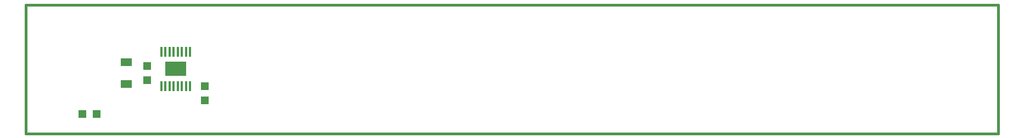
<source format=gtp>
G04 (created by PCBNEW-RS274X (2012-01-19 BZR 3256)-stable) date 28/05/2013 23:41:44*
G01*
G70*
G90*
%MOIN*%
G04 Gerber Fmt 3.4, Leading zero omitted, Abs format*
%FSLAX34Y34*%
G04 APERTURE LIST*
%ADD10C,0.006000*%
%ADD11C,0.015000*%
%ADD12R,0.014000X0.063000*%
%ADD13R,0.130000X0.090000*%
%ADD14R,0.070900X0.047200*%
%ADD15R,0.051200X0.047200*%
%ADD16R,0.047200X0.051200*%
G04 APERTURE END LIST*
G54D10*
G54D11*
X44882Y-25197D02*
X44882Y-17323D01*
X103937Y-25197D02*
X44882Y-25197D01*
X103937Y-17323D02*
X103937Y-25197D01*
X44882Y-17323D02*
X103937Y-17323D01*
G54D12*
X53125Y-22300D03*
X53375Y-22300D03*
X53625Y-22300D03*
X53875Y-22300D03*
X54125Y-22300D03*
X54375Y-22300D03*
X54625Y-22300D03*
X54875Y-22300D03*
X54875Y-20200D03*
X54625Y-20200D03*
X54375Y-20200D03*
X54125Y-20200D03*
X53875Y-20200D03*
X53625Y-20200D03*
X53375Y-20200D03*
X53125Y-20200D03*
G54D13*
X54000Y-21250D03*
G54D14*
X51000Y-20831D03*
X51000Y-22169D03*
G54D15*
X55750Y-23183D03*
X55750Y-22317D03*
G54D16*
X49183Y-24000D03*
X48317Y-24000D03*
G54D15*
X52250Y-21067D03*
X52250Y-21933D03*
M02*

</source>
